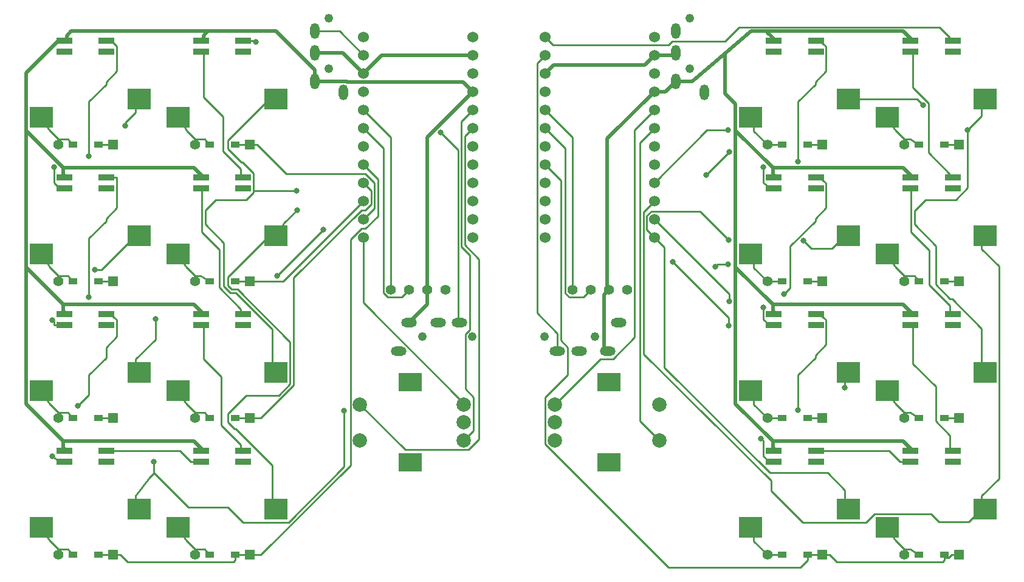
<source format=gbr>
G04 #@! TF.GenerationSoftware,KiCad,Pcbnew,(5.1.12)-1*
G04 #@! TF.CreationDate,2022-04-06T18:15:02+09:00*
G04 #@! TF.ProjectId,chervil8or,63686572-7669-46c3-986f-722e6b696361,rev?*
G04 #@! TF.SameCoordinates,Original*
G04 #@! TF.FileFunction,Copper,L2,Bot*
G04 #@! TF.FilePolarity,Positive*
%FSLAX46Y46*%
G04 Gerber Fmt 4.6, Leading zero omitted, Abs format (unit mm)*
G04 Created by KiCad (PCBNEW (5.1.12)-1) date 2022-04-06 18:15:02*
%MOMM*%
%LPD*%
G01*
G04 APERTURE LIST*
G04 #@! TA.AperFunction,ComponentPad*
%ADD10C,1.397000*%
G04 #@! TD*
G04 #@! TA.AperFunction,ComponentPad*
%ADD11R,1.397000X1.397000*%
G04 #@! TD*
G04 #@! TA.AperFunction,SMDPad,CuDef*
%ADD12R,1.300000X0.950000*%
G04 #@! TD*
G04 #@! TA.AperFunction,ComponentPad*
%ADD13C,1.524000*%
G04 #@! TD*
G04 #@! TA.AperFunction,ComponentPad*
%ADD14C,2.000000*%
G04 #@! TD*
G04 #@! TA.AperFunction,ComponentPad*
%ADD15R,3.200000X2.500000*%
G04 #@! TD*
G04 #@! TA.AperFunction,SMDPad,CuDef*
%ADD16R,3.300000X3.000000*%
G04 #@! TD*
G04 #@! TA.AperFunction,SMDPad,CuDef*
%ADD17R,2.200000X0.820000*%
G04 #@! TD*
G04 #@! TA.AperFunction,ComponentPad*
%ADD18O,2.200000X1.300000*%
G04 #@! TD*
G04 #@! TA.AperFunction,WasherPad*
%ADD19C,1.210000*%
G04 #@! TD*
G04 #@! TA.AperFunction,ComponentPad*
%ADD20O,1.300000X2.200000*%
G04 #@! TD*
G04 #@! TA.AperFunction,ViaPad*
%ADD21C,0.800000*%
G04 #@! TD*
G04 #@! TA.AperFunction,Conductor*
%ADD22C,0.250000*%
G04 #@! TD*
G04 #@! TA.AperFunction,Conductor*
%ADD23C,0.500000*%
G04 #@! TD*
G04 APERTURE END LIST*
D10*
X15240000Y-66079600D03*
D11*
X22860000Y-66079600D03*
D12*
X20825000Y-66079600D03*
X17275000Y-66079600D03*
D10*
X114062000Y-47029600D03*
D11*
X121682000Y-47029600D03*
D12*
X119647000Y-47029600D03*
X116097000Y-47029600D03*
D10*
X114062000Y-8929700D03*
D11*
X121682000Y-8929700D03*
D12*
X119647000Y-8929700D03*
X116097000Y-8929700D03*
D10*
X114062000Y-66079600D03*
D11*
X121682000Y-66079600D03*
D12*
X119647000Y-66079600D03*
X116097000Y-66079600D03*
D10*
X114062000Y-27979700D03*
D11*
X121682000Y-27979700D03*
D12*
X119647000Y-27979700D03*
X116097000Y-27979700D03*
D10*
X95011800Y-47029600D03*
D11*
X102631800Y-47029600D03*
D12*
X100596800Y-47029600D03*
X97046800Y-47029600D03*
D10*
X95011800Y-8929700D03*
D11*
X102631800Y-8929700D03*
D12*
X100596800Y-8929700D03*
X97046800Y-8929700D03*
D10*
X95011800Y-66079600D03*
D11*
X102631800Y-66079600D03*
D12*
X100596800Y-66079600D03*
X97046800Y-66079600D03*
D10*
X95011800Y-27979700D03*
D11*
X102631800Y-27979700D03*
D12*
X100596800Y-27979700D03*
X97046800Y-27979700D03*
D13*
X79275800Y6064300D03*
X79275800Y3524300D03*
X79275800Y984300D03*
X79275800Y-1555700D03*
X79275800Y-4095700D03*
X79275800Y-6635700D03*
X79275800Y-9175700D03*
X79275800Y-11715700D03*
X79275800Y-14255700D03*
X79275800Y-16795700D03*
X79275800Y-19335700D03*
X79275800Y-21875700D03*
X64035800Y-21875700D03*
X64035800Y-19335700D03*
X64035800Y-16795700D03*
X64035800Y-14255700D03*
X64035800Y-11715700D03*
X64035800Y-9175700D03*
X64035800Y-6635700D03*
X64035800Y-4095700D03*
X64035800Y-1555700D03*
X64035800Y984300D03*
X64035800Y3524300D03*
X64035800Y6064300D03*
X53975000Y6064300D03*
X53975000Y3524300D03*
X53975000Y984300D03*
X53975000Y-1555700D03*
X53975000Y-4095700D03*
X53975000Y-6635700D03*
X53975000Y-9175700D03*
X53975000Y-11715700D03*
X53975000Y-14255700D03*
X53975000Y-16795700D03*
X53975000Y-19335700D03*
X53975000Y-21875700D03*
X38735000Y-21875700D03*
X38735000Y-19335700D03*
X38735000Y-16795700D03*
X38735000Y-14255700D03*
X38735000Y-11715700D03*
X38735000Y-9175700D03*
X38735000Y-6635700D03*
X38735000Y-4095700D03*
X38735000Y-1555700D03*
X38735000Y984300D03*
X38735000Y3524300D03*
X38735000Y6064300D03*
D14*
X79925700Y-50125000D03*
X79925700Y-45125000D03*
D15*
X72925700Y-53225000D03*
X72925700Y-42025000D03*
D14*
X65425700Y-50125000D03*
X65425700Y-47625000D03*
X65425700Y-45125000D03*
D16*
X111722000Y-43220000D03*
X125322000Y-40680000D03*
X111722000Y-5120000D03*
X125322000Y-2580000D03*
X111722000Y-62270000D03*
X125322000Y-59730000D03*
X111722000Y-24170000D03*
X125322000Y-21630000D03*
X92671900Y-43220000D03*
X106271900Y-40680000D03*
X92671900Y-5120000D03*
X106271900Y-2580000D03*
X92671900Y-62270000D03*
X106271900Y-59730000D03*
X92671900Y-24170000D03*
X106271900Y-21630000D03*
D14*
X38243800Y-45125000D03*
X38243800Y-50125000D03*
D15*
X45243800Y-42025000D03*
X45243800Y-53225000D03*
D14*
X52743800Y-45125000D03*
X52743800Y-47625000D03*
X52743800Y-50125000D03*
D16*
X12900000Y-43220000D03*
X26500000Y-40680000D03*
X12900000Y-5120000D03*
X26500000Y-2580000D03*
X12900000Y-62270000D03*
X26500000Y-59730000D03*
X12900000Y-24170000D03*
X26500000Y-21630000D03*
X-6150000Y-43220000D03*
X7450000Y-40680000D03*
X-6150000Y-5120000D03*
X7450000Y-2580000D03*
X-6150000Y-62270000D03*
X7450000Y-59730000D03*
X-6150000Y-24170000D03*
X7450000Y-21630000D03*
D10*
X75485600Y-29170300D03*
X72945600Y-29170300D03*
X70405600Y-29170300D03*
X67865600Y-29170300D03*
X50184800Y-29170300D03*
X47644800Y-29170300D03*
X45104800Y-29170300D03*
X42564800Y-29170300D03*
D17*
X101771900Y5512500D03*
X101771900Y4012500D03*
X95871900Y4012500D03*
X95871900Y5512500D03*
X101771900Y-13537500D03*
X101771900Y-15037500D03*
X95871900Y-15037500D03*
X95871900Y-13537500D03*
X101771900Y-32587500D03*
X101771900Y-34087500D03*
X95871900Y-34087500D03*
X95871900Y-32587500D03*
X101771900Y-51637500D03*
X101771900Y-53137500D03*
X95871900Y-53137500D03*
X95871900Y-51637500D03*
X120822000Y-51637500D03*
X120822000Y-53137500D03*
X114922000Y-53137500D03*
X114922000Y-51637500D03*
X120822000Y-32587500D03*
X120822000Y-34087500D03*
X114922000Y-34087500D03*
X114922000Y-32587500D03*
X120822000Y-13537500D03*
X120822000Y-15037500D03*
X114922000Y-15037500D03*
X114922000Y-13537500D03*
X120822000Y5512500D03*
X120822000Y4012500D03*
X114922000Y4012500D03*
X114922000Y5512500D03*
X2950000Y5512500D03*
X2950000Y4012500D03*
X-2950000Y4012500D03*
X-2950000Y5512500D03*
X2950000Y-13537500D03*
X2950000Y-15037500D03*
X-2950000Y-15037500D03*
X-2950000Y-13537500D03*
X2950000Y-32587500D03*
X2950000Y-34087500D03*
X-2950000Y-34087500D03*
X-2950000Y-32587500D03*
X2950000Y-51637500D03*
X2950000Y-53137500D03*
X-2950000Y-53137500D03*
X-2950000Y-51637500D03*
X22000000Y-51637500D03*
X22000000Y-53137500D03*
X16100000Y-53137500D03*
X16100000Y-51637500D03*
X22000000Y-32587500D03*
X22000000Y-34087500D03*
X16100000Y-34087500D03*
X16100000Y-32587500D03*
X22000000Y-13537500D03*
X22000000Y-15037500D03*
X16100000Y-15037500D03*
X16100000Y-13537500D03*
X22000000Y5512500D03*
X22000000Y4012500D03*
X16100000Y4012500D03*
X16100000Y5512500D03*
D18*
X68760900Y-37718700D03*
X65760900Y-37718700D03*
X74260900Y-33718700D03*
X72760900Y-37718700D03*
D19*
X63960900Y-35718700D03*
X70960900Y-35718700D03*
D20*
X82236600Y3867200D03*
X82236600Y6867200D03*
X86236600Y-1632800D03*
X82236600Y-132800D03*
D19*
X84236600Y8667200D03*
X84236600Y1667200D03*
D18*
X49110900Y-33718700D03*
X52110900Y-33718700D03*
X43610900Y-37718700D03*
X45110900Y-33718700D03*
D19*
X53910900Y-35718700D03*
X46910900Y-35718700D03*
D20*
X31932800Y3867200D03*
X31932800Y6867200D03*
X35932800Y-1632800D03*
X31932800Y-132800D03*
D19*
X33932800Y8667200D03*
X33932800Y1667200D03*
D10*
X15240000Y-47029600D03*
D11*
X22860000Y-47029600D03*
D12*
X20825000Y-47029600D03*
X17275000Y-47029600D03*
X17275000Y-8929700D03*
X20825000Y-8929700D03*
D11*
X22860000Y-8929700D03*
D10*
X15240000Y-8929700D03*
X15240000Y-27979700D03*
D11*
X22860000Y-27979700D03*
D12*
X20825000Y-27979700D03*
X17275000Y-27979700D03*
D10*
X-3810000Y-47029600D03*
D11*
X3810000Y-47029600D03*
D12*
X1775000Y-47029600D03*
X-1775000Y-47029600D03*
D10*
X-3810000Y-8929700D03*
D11*
X3810000Y-8929700D03*
D12*
X1775000Y-8929700D03*
X-1775000Y-8929700D03*
D10*
X-3810000Y-66079600D03*
D11*
X3810000Y-66079600D03*
D12*
X1775000Y-66079600D03*
X-1775000Y-66079600D03*
D10*
X-3810000Y-27979700D03*
D11*
X3810000Y-27979700D03*
D12*
X1775000Y-27979700D03*
X-1775000Y-27979700D03*
D21*
X36045600Y-45997500D03*
X9513500Y-53092000D03*
X1335700Y-26359100D03*
X33143200Y-20788300D03*
X26693400Y-27238100D03*
X5546700Y-6327500D03*
X9743900Y-33251700D03*
X29466000Y-18065700D03*
X29446900Y-15372100D03*
X89721200Y-9968000D03*
X86520900Y-13168300D03*
X89636700Y-22241100D03*
X99992600Y-22294800D03*
X89564300Y-25629600D03*
X87766600Y-25986800D03*
X89636700Y-34119300D03*
X81837200Y-25255400D03*
X89721200Y-30785500D03*
X116731500Y-3441900D03*
X105821900Y-42790200D03*
X89555700Y-6937000D03*
X122912800Y-6937000D03*
X2600000Y-53137500D03*
X21650000Y-53137500D03*
X2600000Y-34087500D03*
X21650000Y-34087500D03*
X2600000Y-15037500D03*
X21650000Y-15037500D03*
X2600000Y4012500D03*
X21650000Y4012500D03*
X49501400Y-7242100D03*
X120472000Y-53137500D03*
X101422000Y-53137500D03*
X120472000Y-34087500D03*
X101422000Y-34087500D03*
X120472000Y-15037500D03*
X101422000Y-15037500D03*
X120472000Y4012500D03*
X101422000Y4012500D03*
X23779800Y5367200D03*
X-1054200Y-45321900D03*
X-4652000Y-52387456D03*
X475700Y-30221300D03*
X-4577400Y-33355900D03*
X475700Y-10545600D03*
X-4375300Y-12078300D03*
X99297600Y-45923300D03*
X94143100Y-49880200D03*
X97319800Y-29716100D03*
X94446600Y-31629500D03*
X99297600Y-11317300D03*
X94446600Y-12090300D03*
D22*
X22860000Y-8929700D02*
X23883800Y-8929700D01*
X23883800Y-8929700D02*
X27939800Y-12985700D01*
X27939800Y-12985700D02*
X39019700Y-12985700D01*
X39019700Y-12985700D02*
X40291500Y-14257500D01*
X40291500Y-14257500D02*
X40291500Y-17779200D01*
X40291500Y-17779200D02*
X38735000Y-19335700D01*
X20825000Y-8929700D02*
X22860000Y-8929700D01*
X1775000Y-8929700D02*
X3810000Y-8929700D01*
X9898700Y-55006000D02*
X14368100Y-59475400D01*
X14368100Y-59475400D02*
X19862700Y-59475400D01*
X19862700Y-59475400D02*
X21974000Y-61586700D01*
X21974000Y-61586700D02*
X28297100Y-61586700D01*
X28297100Y-61586700D02*
X36045600Y-53838200D01*
X36045600Y-53838200D02*
X36045600Y-45997500D01*
X7000000Y-21630000D02*
X2270900Y-26359100D01*
X2270900Y-26359100D02*
X1335700Y-26359100D01*
X9513500Y-54620800D02*
X9898700Y-55006000D01*
X9513500Y-53092000D02*
X9513500Y-54620800D01*
X9524992Y-54768704D02*
X9513500Y-54620800D01*
X8929680Y-55364016D02*
X9524992Y-54768704D01*
X7000000Y-57904700D02*
X8929680Y-55364016D01*
X7000000Y-59730000D02*
X7000000Y-57904700D01*
X-3810000Y-65279300D02*
X-3810000Y-66079600D01*
X-2381248Y-65279300D02*
X-1775000Y-66079600D01*
X-3810000Y-65279300D02*
X-2381248Y-65279300D01*
X-4994000Y-64095300D02*
X-3810000Y-65279300D01*
X-5700000Y-63103072D02*
X-4994000Y-64095300D01*
X-5700000Y-62270000D02*
X-5700000Y-63103072D01*
X38735000Y-16795700D02*
X27551000Y-27979700D01*
X27551000Y-27979700D02*
X22860000Y-27979700D01*
X20825000Y-27979700D02*
X22860000Y-27979700D01*
X1775000Y-27979700D02*
X3810000Y-27979700D01*
X23883800Y-47029600D02*
X24441100Y-47029600D01*
X24441100Y-47029600D02*
X29011600Y-42459100D01*
X29011600Y-42459100D02*
X29011600Y-27502600D01*
X29011600Y-27502600D02*
X38448500Y-18065700D01*
X38448500Y-18065700D02*
X39026100Y-18065700D01*
X39026100Y-18065700D02*
X39841200Y-17250600D01*
X39841200Y-17250600D02*
X39841200Y-15361900D01*
X39841200Y-15361900D02*
X38735000Y-14255700D01*
X22860000Y-47029600D02*
X23883800Y-47029600D01*
X20825000Y-47029600D02*
X22860000Y-47029600D01*
X1775000Y-47029600D02*
X3810000Y-47029600D01*
X-3810000Y-46229300D02*
X-3810000Y-47029600D01*
X-2381248Y-46229300D02*
X-1775000Y-47029600D01*
X-3810000Y-46229300D02*
X-2381248Y-46229300D01*
X-4994000Y-45045300D02*
X-3810000Y-46229300D01*
X-5700000Y-44053088D02*
X-4994000Y-45045300D01*
X-5700000Y-43220000D02*
X-5700000Y-44053088D01*
X23883800Y-66079600D02*
X24441100Y-66079600D01*
X24441100Y-66079600D02*
X36918400Y-53602300D01*
X36918400Y-53602300D02*
X36918400Y-22154300D01*
X36918400Y-22154300D02*
X38467000Y-20605700D01*
X38467000Y-20605700D02*
X39027100Y-20605700D01*
X39027100Y-20605700D02*
X40741900Y-18890900D01*
X40741900Y-18890900D02*
X40741900Y-13722600D01*
X40741900Y-13722600D02*
X38735000Y-11715700D01*
X22860000Y-66079600D02*
X23883800Y-66079600D01*
X20825000Y-66079600D02*
X20825000Y-66879900D01*
X20825000Y-66879900D02*
X20601500Y-67103400D01*
X20601500Y-67103400D02*
X5857600Y-67103400D01*
X5857600Y-67103400D02*
X4833800Y-66079600D01*
X20825000Y-66079600D02*
X22860000Y-66079600D01*
X3810000Y-66079600D02*
X4833800Y-66079600D01*
X1775000Y-66079600D02*
X3810000Y-66079600D01*
X15240000Y-27179400D02*
X15240000Y-27979700D01*
X14055900Y-25995300D02*
X15240000Y-27179400D01*
X13350000Y-25003104D02*
X14055900Y-25995300D01*
X13350000Y-24170000D02*
X13350000Y-25003104D01*
X16073424Y-27179400D02*
X17275000Y-27979700D01*
X15240000Y-27179400D02*
X16073424Y-27179400D01*
X26693400Y-27238100D02*
X33143200Y-20788300D01*
X7000000Y-2580000D02*
X7000000Y-4405300D01*
X7000000Y-4405300D02*
X5546700Y-5858600D01*
X5546700Y-5858600D02*
X5546700Y-6327500D01*
X7000000Y-38854700D02*
X9743900Y-36110800D01*
X9743900Y-36110800D02*
X9743900Y-33251700D01*
X7000000Y-40680000D02*
X7000000Y-38854700D01*
X15240000Y-8929700D02*
X15240000Y-8129400D01*
X16668736Y-8129400D02*
X17275000Y-8929700D01*
X15240000Y-8129400D02*
X16668736Y-8129400D01*
X14055900Y-6945300D02*
X15240000Y-8129400D01*
X13350000Y-5357808D02*
X14055900Y-6945300D01*
X13350000Y-5120000D02*
X13350000Y-5357808D01*
X26050000Y-59730000D02*
X26050000Y-53641100D01*
X26050000Y-53641100D02*
X20961700Y-48552800D01*
X20961700Y-48552800D02*
X20749400Y-48552800D01*
X20749400Y-48552800D02*
X19849200Y-47652600D01*
X19849200Y-47652600D02*
X19849200Y-46397000D01*
X19849200Y-46397000D02*
X22361500Y-43884700D01*
X22361500Y-43884700D02*
X26926400Y-43884700D01*
X26926400Y-43884700D02*
X28505000Y-42306100D01*
X28505000Y-42306100D02*
X28505000Y-36423900D01*
X28505000Y-36423900D02*
X21201400Y-29120300D01*
X21201400Y-29120300D02*
X20373000Y-29120300D01*
X20373000Y-29120300D02*
X19849600Y-28596900D01*
X19849600Y-28596900D02*
X19849600Y-27358900D01*
X19849600Y-27358900D02*
X25578500Y-21630000D01*
X25578500Y-21630000D02*
X26050000Y-21630000D01*
X27727000Y-19804700D02*
X29466000Y-18065700D01*
X26193728Y-22026544D02*
X27727000Y-19804700D01*
X26050000Y-21630000D02*
X26193728Y-22026544D01*
X93121900Y-62270000D02*
X93121900Y-64189700D01*
X93121900Y-64189700D02*
X95011800Y-66079600D01*
X97046800Y-66079600D02*
X95011800Y-66079600D01*
X93121900Y-43220000D02*
X93121900Y-45139700D01*
X93121900Y-45139700D02*
X95011800Y-47029600D01*
X95011800Y-47029600D02*
X96071500Y-47029600D01*
X97046800Y-47029600D02*
X96071500Y-47029600D01*
X114062000Y-27179400D02*
X114062000Y-27979700D01*
X112877900Y-25995300D02*
X114062000Y-27179400D01*
X112172000Y-25003104D02*
X112877900Y-25995300D01*
X112172000Y-24170000D02*
X112172000Y-25003104D01*
X115490528Y-27179400D02*
X116097000Y-27979700D01*
X114094952Y-27179400D02*
X115490528Y-27179400D01*
X23425400Y-15372100D02*
X29446900Y-15372100D01*
X23425400Y-15372100D02*
X23425400Y-12906500D01*
X23425400Y-12906500D02*
X21896700Y-11377800D01*
X21896700Y-11377800D02*
X21678200Y-11377800D01*
X21678200Y-11377800D02*
X19849600Y-9549200D01*
X19849600Y-9549200D02*
X19849600Y-8305000D01*
X19849600Y-8305000D02*
X25574600Y-2580000D01*
X25574600Y-2580000D02*
X26050000Y-2580000D01*
X26050000Y-40680000D02*
X26050000Y-34659500D01*
X26050000Y-34659500D02*
X20988300Y-29597800D01*
X20988300Y-29597800D02*
X20213600Y-29597800D01*
X20213600Y-29597800D02*
X19300500Y-28684700D01*
X19300500Y-28684700D02*
X19300500Y-22619000D01*
X19300500Y-22619000D02*
X16690500Y-20009000D01*
X16690500Y-20009000D02*
X16690500Y-18110200D01*
X16690500Y-18110200D02*
X18180300Y-16620400D01*
X18180300Y-16620400D02*
X22404900Y-16620400D01*
X22404900Y-16620400D02*
X23425400Y-15599900D01*
X23425400Y-15599900D02*
X23425400Y-15372100D01*
X114062000Y-8129400D02*
X114062000Y-8929700D01*
X112877900Y-6945300D02*
X114062000Y-8129400D01*
X112172000Y-5953120D02*
X112877900Y-6945300D01*
X112172000Y-5120000D02*
X112172000Y-5953120D01*
X114895216Y-8129400D02*
X116097000Y-8929700D01*
X114062000Y-8129400D02*
X114895216Y-8129400D01*
X89721200Y-9968000D02*
X86520900Y-13168300D01*
X119647000Y-8929700D02*
X120658200Y-8929700D01*
X121682000Y-8929700D02*
X120658200Y-8929700D01*
X100596800Y-8929700D02*
X102631800Y-8929700D01*
X105821900Y-21630000D02*
X104036500Y-23415400D01*
X104036500Y-23415400D02*
X101113200Y-23415400D01*
X101113200Y-23415400D02*
X99992600Y-22294800D01*
X89636700Y-22241100D02*
X85615600Y-18220000D01*
X85615600Y-18220000D02*
X78843000Y-18220000D01*
X78843000Y-18220000D02*
X78186400Y-18876600D01*
X78186400Y-18876600D02*
X78186400Y-20786300D01*
X78186400Y-20786300D02*
X79275800Y-21875700D01*
X105821900Y-57904700D02*
X105821900Y-57100500D01*
X105821900Y-57100500D02*
X103409600Y-54688200D01*
X103409600Y-54688200D02*
X95360100Y-54688200D01*
X95360100Y-54688200D02*
X80650000Y-39978100D01*
X80650000Y-39978100D02*
X80650000Y-23249900D01*
X80650000Y-23249900D02*
X79275800Y-21875700D01*
X105821900Y-59730000D02*
X105821900Y-57904700D01*
X89564300Y-25629600D02*
X88123800Y-25629600D01*
X88123800Y-25629600D02*
X87766600Y-25986800D01*
X119647000Y-27979700D02*
X121682000Y-27979700D01*
X100596800Y-27979700D02*
X102631800Y-27979700D01*
X81837200Y-25255400D02*
X89636700Y-33054900D01*
X89636700Y-33054900D02*
X89636700Y-34119300D01*
X119647000Y-47029600D02*
X121682000Y-47029600D01*
X100596800Y-47029600D02*
X102631800Y-47029600D01*
X100596800Y-66079600D02*
X100596800Y-66879900D01*
X64035800Y-11715700D02*
X66211300Y-13891200D01*
X66211300Y-13891200D02*
X66211300Y-36218900D01*
X66211300Y-36218900D02*
X67195300Y-37202900D01*
X67195300Y-37202900D02*
X67195300Y-40993300D01*
X67195300Y-40993300D02*
X64047900Y-44140700D01*
X64047900Y-44140700D02*
X64047900Y-50672300D01*
X64047900Y-50672300D02*
X81208300Y-67832700D01*
X81208300Y-67832700D02*
X99644000Y-67832700D01*
X99644000Y-67832700D02*
X100596800Y-66879900D01*
X100596800Y-66079600D02*
X101608000Y-66079600D01*
X102631800Y-66079600D02*
X101608000Y-66079600D01*
X121682000Y-66079600D02*
X120658200Y-66079600D01*
X119647000Y-66479700D02*
X120258100Y-66479700D01*
X120258100Y-66479700D02*
X120658200Y-66079600D01*
X119647000Y-66479700D02*
X119647000Y-66879900D01*
X119647000Y-66079600D02*
X119647000Y-66479700D01*
X102631800Y-66079600D02*
X103655600Y-66079600D01*
X103655600Y-66079600D02*
X104710100Y-67134100D01*
X104710100Y-67134100D02*
X119392800Y-67134100D01*
X119392800Y-67134100D02*
X119647000Y-66879900D01*
X105821900Y-42505300D02*
X105821900Y-42790200D01*
X79275800Y-19335700D02*
X89721200Y-29781100D01*
X89721200Y-29781100D02*
X89721200Y-30785500D01*
X105821900Y-2580000D02*
X115869600Y-2580000D01*
X115869600Y-2580000D02*
X116731500Y-3441900D01*
X105821900Y-40680000D02*
X105821900Y-42505300D01*
X124872000Y-59730000D02*
X124872000Y-57904700D01*
X124872000Y-21630000D02*
X124872000Y-23455300D01*
X124872000Y-23455300D02*
X127297400Y-25880700D01*
X127297400Y-25880700D02*
X127297400Y-55479300D01*
X127297400Y-55479300D02*
X124872000Y-57904700D01*
X118953200Y-61519800D02*
X123082200Y-61519800D01*
X117818800Y-60385400D02*
X118953200Y-61519800D01*
X109930200Y-60385400D02*
X117818800Y-60385400D01*
X108719200Y-61596400D02*
X109930200Y-60385400D01*
X123082200Y-61519800D02*
X124872000Y-59730000D01*
X99972800Y-61596400D02*
X108719200Y-61596400D01*
X95537400Y-57161000D02*
X99972800Y-61596400D01*
X77736000Y-38099968D02*
X95537400Y-55765800D01*
X95537400Y-55765800D02*
X95537400Y-57161000D01*
X77736000Y-18335500D02*
X77736000Y-38099968D01*
X79275800Y-16795700D02*
X77736000Y-18335500D01*
X122912800Y-6937000D02*
X122912800Y-14977300D01*
X122912800Y-14977300D02*
X121269700Y-16620400D01*
X121269700Y-16620400D02*
X117010000Y-16620400D01*
X117010000Y-16620400D02*
X115497100Y-18133300D01*
X115497100Y-18133300D02*
X115497100Y-20055000D01*
X115497100Y-20055000D02*
X118486200Y-23044100D01*
X118486200Y-23044100D02*
X118486200Y-28439300D01*
X118486200Y-28439300D02*
X120474700Y-30427800D01*
X120474700Y-30427800D02*
X120753700Y-30427800D01*
X120753700Y-30427800D02*
X124872000Y-34546100D01*
X124872000Y-34546100D02*
X124872000Y-40680000D01*
X124872000Y-4272700D02*
X124872000Y-4977800D01*
X124872000Y-4977800D02*
X122912800Y-6937000D01*
X79275800Y-14255700D02*
X86594500Y-6937000D01*
X86594500Y-6937000D02*
X89555700Y-6937000D01*
X124872000Y-2580000D02*
X124872000Y-4272700D01*
D23*
X38735000Y984300D02*
X35852100Y3867200D01*
X35852100Y3867200D02*
X31932800Y3867200D01*
X53975000Y3524300D02*
X41275000Y3524300D01*
X41275000Y3524300D02*
X38735000Y984300D01*
D22*
X31932800Y6867200D02*
X35392100Y6867200D01*
X35392100Y6867200D02*
X38735000Y3524300D01*
X52110900Y-33718700D02*
X51917300Y-33525100D01*
X51917300Y-33525100D02*
X51917300Y-9658000D01*
X51917300Y-9658000D02*
X49501400Y-7242100D01*
D23*
X17088700Y6872500D02*
X-1961200Y6872500D01*
X-1961200Y6872500D02*
X-2600000Y6233800D01*
X-2600000Y6233800D02*
X-2600000Y5512500D01*
X17535300Y6872500D02*
X17088700Y6872500D01*
X47644800Y-29170300D02*
X47644800Y-31184800D01*
X47644800Y-31184800D02*
X45110900Y-33718700D01*
X53975000Y-1555700D02*
X47644800Y-7885900D01*
X47644800Y-7885900D02*
X47644800Y-29170300D01*
X-3052500Y-50277500D02*
X-3052500Y-51185000D01*
X-3052500Y-51185000D02*
X-2600000Y-51637500D01*
X-8250000Y-26030000D02*
X-8250000Y-45080000D01*
X-8250000Y-45080000D02*
X-3052500Y-50277500D01*
X-3052500Y-50277500D02*
X15090000Y-50277500D01*
X15090000Y-50277500D02*
X16450000Y-51637500D01*
X-3052500Y-31227500D02*
X-3052500Y-32135000D01*
X-3052500Y-32135000D02*
X-2600000Y-32587500D01*
X-8250000Y-6980000D02*
X-8250000Y-26030000D01*
X-8250000Y-26030000D02*
X-3052500Y-31227500D01*
X-3052500Y-31227500D02*
X15090000Y-31227500D01*
X15090000Y-31227500D02*
X16450000Y-32587500D01*
X-3052500Y-12177500D02*
X-3052500Y-13085000D01*
X-3052500Y-13085000D02*
X-2600000Y-13537500D01*
X-2600000Y5512500D02*
X-3770000Y5512500D01*
X-3770000Y5512500D02*
X-8250000Y1032500D01*
X-8250000Y1032500D02*
X-8250000Y-6980000D01*
X-8250000Y-6980000D02*
X-3052500Y-12177500D01*
X-3052500Y-12177500D02*
X15090000Y-12177500D01*
X15090000Y-12177500D02*
X16450000Y-13537500D01*
X31932800Y-132800D02*
X31932800Y1467200D01*
X31932800Y1467200D02*
X26527500Y6872500D01*
X26527500Y6872500D02*
X17535300Y6872500D01*
X16450000Y5512500D02*
X16450000Y6233800D01*
X16450000Y6233800D02*
X17088700Y6872500D01*
X17088700Y6872500D02*
X17535300Y6872500D01*
X53975000Y-1555700D02*
X52647000Y-227700D01*
X52647000Y-227700D02*
X36533300Y-227700D01*
X36533300Y-227700D02*
X36388400Y-82800D01*
X36388400Y-82800D02*
X31982800Y-82800D01*
X31982800Y-82800D02*
X31932800Y-132800D01*
D22*
X101422000Y4012500D02*
X101421900Y4012500D01*
X101422000Y-15037500D02*
X101421900Y-15037500D01*
X101422000Y-34087500D02*
X101421900Y-34087500D01*
X101422000Y-53137500D02*
X101421900Y-53137500D01*
D23*
X79275800Y3524300D02*
X81893700Y3524300D01*
X81893700Y3524300D02*
X82236600Y3867200D01*
X64035800Y984300D02*
X65247800Y2196300D01*
X65247800Y2196300D02*
X77947800Y2196300D01*
X77947800Y2196300D02*
X79275800Y3524300D01*
D22*
X64035800Y3524300D02*
X62947100Y2435600D01*
X62947100Y2435600D02*
X62947100Y-32420700D01*
X62947100Y-32420700D02*
X65760900Y-35234500D01*
X65760900Y-35234500D02*
X65760900Y-37718700D01*
D23*
X72945600Y-29170300D02*
X72247100Y-29868800D01*
X72247100Y-29868800D02*
X72247100Y-37204900D01*
X72247100Y-37204900D02*
X72760900Y-37718700D01*
X79275800Y-1555700D02*
X72710900Y-8120600D01*
X72710900Y-8120600D02*
X72710900Y-28935600D01*
X72710900Y-28935600D02*
X72945600Y-29170300D01*
X95769400Y-50277500D02*
X95769400Y-51185000D01*
X95769400Y-51185000D02*
X96221900Y-51637500D01*
X90571900Y-26030000D02*
X90571900Y-45080000D01*
X90571900Y-45080000D02*
X95769400Y-50277500D01*
X95769400Y-50277500D02*
X113912000Y-50277500D01*
X113912000Y-50277500D02*
X115272000Y-51637500D01*
X95769400Y-31227500D02*
X95769400Y-32135000D01*
X95769400Y-32135000D02*
X96221900Y-32587500D01*
X90571900Y-6980000D02*
X90571900Y-26030000D01*
X90571900Y-26030000D02*
X95769400Y-31227500D01*
X95769400Y-31227500D02*
X113912000Y-31227500D01*
X113912000Y-31227500D02*
X115272000Y-32587500D01*
X95769400Y-12177500D02*
X95769400Y-13085000D01*
X95769400Y-13085000D02*
X96221900Y-13537500D01*
X90571900Y-6980000D02*
X95769400Y-12177500D01*
X95769400Y-12177500D02*
X113912000Y-12177500D01*
X113912000Y-12177500D02*
X115272000Y-13537500D01*
X94978700Y6872500D02*
X113912000Y6872500D01*
X113912000Y6872500D02*
X115272000Y5512500D01*
X94978700Y6872500D02*
X94978700Y6755700D01*
X94978700Y6755700D02*
X96221900Y5512500D01*
X79275800Y-1555700D02*
X80813700Y-1555700D01*
X80813700Y-1555700D02*
X82236600Y-132800D01*
X92736300Y6872500D02*
X94978700Y6872500D01*
X84484304Y-132800D02*
X84534304Y-82800D01*
X82236600Y-132800D02*
X84484304Y-132800D01*
X89089047Y-1777147D02*
X89089047Y3779625D01*
X90571899Y-3259999D02*
X89089047Y-1777147D01*
X90571900Y-6980000D02*
X90571899Y-3259999D01*
X89089047Y3779625D02*
X92736300Y6872500D01*
X84534304Y-82800D02*
X89089047Y3779625D01*
D22*
X21650000Y5512500D02*
X23634500Y5512500D01*
X23634500Y5512500D02*
X23779800Y5367200D01*
X16450000Y4012500D02*
X16450000Y-2298800D01*
X16450000Y-2298800D02*
X19174300Y-5023100D01*
X19174300Y-5023100D02*
X19174300Y-9877100D01*
X19174300Y-9877100D02*
X21650000Y-12352800D01*
X21650000Y-12352800D02*
X21650000Y-13537500D01*
X16450000Y-15037500D02*
X16240100Y-15247400D01*
X16240100Y-15247400D02*
X16240100Y-21143200D01*
X16240100Y-21143200D02*
X18647400Y-23550500D01*
X18647400Y-23550500D02*
X18647400Y-28862900D01*
X18647400Y-28862900D02*
X21650000Y-31865500D01*
X21650000Y-31865500D02*
X21650000Y-32587500D01*
X16450000Y-34087500D02*
X16450000Y-38818400D01*
X16450000Y-38818400D02*
X18944000Y-41312400D01*
X18944000Y-41312400D02*
X18944000Y-48065400D01*
X18944000Y-48065400D02*
X21650000Y-50771400D01*
X21650000Y-50771400D02*
X21650000Y-51637500D01*
X16450000Y-53137500D02*
X14674700Y-53137500D01*
X14674700Y-53137500D02*
X13174700Y-51637500D01*
X13174700Y-51637500D02*
X2600000Y-51637500D01*
X475700Y-43792000D02*
X-1054200Y-45321900D01*
X2880700Y-37183100D02*
X2880700Y-38605000D01*
X4375300Y-35688500D02*
X2880700Y-37183100D01*
X475700Y-41010000D02*
X475700Y-43792000D01*
X2880700Y-38605000D02*
X475700Y-41010000D01*
X4375300Y-33337472D02*
X4375300Y-35688500D01*
X3571872Y-32742160D02*
X4375300Y-33337472D01*
X-3571872Y-53137500D02*
X-2600000Y-53137500D01*
X-4652000Y-52387456D02*
X-3571872Y-53137500D01*
X2600000Y-13537500D02*
X4375300Y-13537500D01*
X-2600000Y-34087500D02*
X-4375300Y-34087500D01*
X-4375300Y-34087500D02*
X-4375300Y-33558000D01*
X-4375300Y-33558000D02*
X-4577400Y-33355900D01*
X4375300Y-13537500D02*
X4375300Y-17724700D01*
X4375300Y-17724700D02*
X2880700Y-19219300D01*
X2880700Y-19219300D02*
X2880700Y-19555000D01*
X2880700Y-19555000D02*
X475700Y-21960000D01*
X475700Y-21960000D02*
X475700Y-30221300D01*
X475700Y-2910000D02*
X475700Y-10545600D01*
X2880700Y-505000D02*
X475700Y-2910000D01*
X2880700Y-169300D02*
X2880700Y-505000D01*
X4375300Y1325300D02*
X2880700Y-169300D01*
X4375300Y4762496D02*
X4375300Y1325300D01*
X3571872Y5512500D02*
X4375300Y4762496D01*
X-4375300Y-14287488D02*
X-4375300Y-12078300D01*
X-3571872Y-15037500D02*
X-4375300Y-14287488D01*
X120472000Y5512500D02*
X120472000Y5972600D01*
X120472000Y5972600D02*
X118995100Y7449500D01*
X118995100Y7449500D02*
X91075900Y7449500D01*
X91075900Y7449500D02*
X89068200Y5441800D01*
X89068200Y5441800D02*
X81726100Y5441800D01*
X81726100Y5441800D02*
X81240500Y4956200D01*
X81240500Y4956200D02*
X65143900Y4956200D01*
X65143900Y4956200D02*
X64035800Y6064300D01*
X120472000Y-13537500D02*
X120472000Y-13077400D01*
X120472000Y-13077400D02*
X117456800Y-10062200D01*
X117456800Y-10062200D02*
X117456800Y-3141400D01*
X117456800Y-3141400D02*
X115272000Y-956600D01*
X115272000Y-956600D02*
X115272000Y4012500D01*
X115272000Y-15037500D02*
X115046800Y-15262700D01*
X115046800Y-15262700D02*
X115046800Y-21118200D01*
X115046800Y-21118200D02*
X117562000Y-23633400D01*
X117562000Y-23633400D02*
X117562000Y-28492800D01*
X117562000Y-28492800D02*
X120472000Y-31402800D01*
X120472000Y-31402800D02*
X120472000Y-32587500D01*
X115272000Y-34087500D02*
X115272000Y-39464400D01*
X115272000Y-39464400D02*
X118450600Y-42643000D01*
X118450600Y-42643000D02*
X118450600Y-47432000D01*
X118450600Y-47432000D02*
X120472000Y-49453400D01*
X120472000Y-49453400D02*
X120472000Y-51637500D01*
X115272000Y-53137500D02*
X113496700Y-53137500D01*
X113496700Y-53137500D02*
X111996700Y-51637500D01*
X111996700Y-51637500D02*
X101421900Y-51637500D01*
X99297600Y-41010000D02*
X99297600Y-45923300D01*
X101702600Y-38605000D02*
X99297600Y-41010000D01*
X101702600Y-38269300D02*
X101702600Y-38605000D01*
X103197200Y-36774700D02*
X101702600Y-38269300D01*
X103197200Y-33337472D02*
X103197200Y-36774700D01*
X102393664Y-32742160D02*
X103197200Y-33337472D01*
X94446600Y-52387456D02*
X94446600Y-50183700D01*
X94446600Y-50183700D02*
X94143100Y-49880200D01*
X95249920Y-53137500D02*
X94446600Y-52387456D01*
X98156800Y-28879100D02*
X97319800Y-29716100D01*
X98156800Y-23100800D02*
X98156800Y-28879100D01*
X101702600Y-19555000D02*
X98156800Y-23100800D01*
X101702600Y-19219300D02*
X101702600Y-19555000D01*
X103197200Y-14287488D02*
X103197200Y-17724700D01*
X103197200Y-17724700D02*
X101702600Y-19219300D01*
X102393664Y-13692176D02*
X103197200Y-14287488D01*
X94446600Y-33337472D02*
X94446600Y-31629500D01*
X95249920Y-34087500D02*
X94446600Y-33337472D01*
X99297600Y-2910000D02*
X99297600Y-11317300D01*
X101702600Y-505000D02*
X99297600Y-2910000D01*
X101702600Y-169300D02*
X101702600Y-505000D01*
X103197200Y1325300D02*
X101702600Y-169300D01*
X103197200Y4762496D02*
X103197200Y1325300D01*
X102393664Y5357808D02*
X103197200Y4762496D01*
X94446600Y-14287488D02*
X94446600Y-12090300D01*
X95249920Y-14882800D02*
X94446600Y-14287488D01*
X45104800Y-29170300D02*
X44063400Y-30211700D01*
X44063400Y-30211700D02*
X42158100Y-30211700D01*
X42158100Y-30211700D02*
X41529900Y-29583500D01*
X41529900Y-29583500D02*
X41529900Y-9430600D01*
X41529900Y-9430600D02*
X38735000Y-6635700D01*
X42564800Y-29170300D02*
X42564800Y-7925500D01*
X42564800Y-7925500D02*
X38735000Y-4095700D01*
X70405600Y-29170300D02*
X69372200Y-30203700D01*
X69372200Y-30203700D02*
X67392100Y-30203700D01*
X67392100Y-30203700D02*
X66841700Y-29653300D01*
X66841700Y-29653300D02*
X66841700Y-9441600D01*
X66841700Y-9441600D02*
X64035800Y-6635700D01*
X67865600Y-29170300D02*
X67865600Y-7925500D01*
X67865600Y-7925500D02*
X64035800Y-4095700D01*
X38243800Y-45125000D02*
X44577000Y-51458200D01*
X44577000Y-51458200D02*
X53340800Y-51458200D01*
X53340800Y-51458200D02*
X54842800Y-49956200D01*
X54842800Y-49956200D02*
X54842800Y-24942300D01*
X54842800Y-24942300D02*
X52841600Y-22941100D01*
X52841600Y-22941100D02*
X52841600Y-7769100D01*
X52841600Y-7769100D02*
X53975000Y-6635700D01*
X52743800Y-45125000D02*
X52743800Y-44983200D01*
X52743800Y-44983200D02*
X38735000Y-30974400D01*
X38735000Y-30974400D02*
X38735000Y-21875700D01*
X52743800Y-50125000D02*
X54094700Y-48774100D01*
X54094700Y-48774100D02*
X54094700Y-44128000D01*
X54094700Y-44128000D02*
X52937400Y-42970700D01*
X52937400Y-42970700D02*
X52937400Y-35341100D01*
X52937400Y-35341100D02*
X53543900Y-34734600D01*
X53543900Y-34734600D02*
X53543900Y-24318700D01*
X53543900Y-24318700D02*
X52391300Y-23166100D01*
X52391300Y-23166100D02*
X52391300Y-5679400D01*
X52391300Y-5679400D02*
X53975000Y-4095700D01*
X79925700Y-50125000D02*
X77272100Y-47471400D01*
X77272100Y-47471400D02*
X77272100Y-8639400D01*
X77272100Y-8639400D02*
X79275800Y-6635700D01*
X65425700Y-45125000D02*
X71736400Y-38814300D01*
X71736400Y-38814300D02*
X73497300Y-38814300D01*
X73497300Y-38814300D02*
X76516100Y-35795500D01*
X76516100Y-35795500D02*
X76516100Y-6855400D01*
X76516100Y-6855400D02*
X79275800Y-4095700D01*
X-3810000Y-27179400D02*
X-3810000Y-27979700D01*
X-4994100Y-25995300D02*
X-3810000Y-27179400D01*
X-5556236Y-25003104D02*
X-4994100Y-25995300D01*
X-5700000Y-24170000D02*
X-5556236Y-25003104D01*
X-2381248Y-27179400D02*
X-1775000Y-27979700D01*
X-3810000Y-27179400D02*
X-2381248Y-27179400D01*
X-3810000Y-8129400D02*
X-3810000Y-8929700D01*
X-2381248Y-8129400D02*
X-1775000Y-8929700D01*
X-3810000Y-8129400D02*
X-2381248Y-8129400D01*
X-4994100Y-6945300D02*
X-3810000Y-8129400D01*
X-5700000Y-5953120D02*
X-4994100Y-6945300D01*
X-5700000Y-5120000D02*
X-5700000Y-5953120D01*
X15240000Y-65279300D02*
X15240000Y-66079600D01*
X16668736Y-65279300D02*
X17275000Y-66079600D01*
X15240000Y-65279300D02*
X16668736Y-65279300D01*
X14056000Y-64095300D02*
X15240000Y-65279300D01*
X13350000Y-63103072D02*
X14056000Y-64095300D01*
X13350000Y-62270000D02*
X13350000Y-63103072D01*
X15240000Y-46229300D02*
X15240000Y-47029600D01*
X16668736Y-46229300D02*
X17275000Y-47029600D01*
X15240000Y-46229300D02*
X16668736Y-46229300D01*
X14056000Y-45045300D02*
X15240000Y-46229300D01*
X13350000Y-44053088D02*
X14056000Y-45045300D01*
X13350000Y-43220000D02*
X13350000Y-44053088D01*
X93121900Y-24170000D02*
X93121900Y-26089800D01*
X93121900Y-26089800D02*
X95011800Y-27979700D01*
X97046800Y-27979700D02*
X95011800Y-27979700D01*
X95011800Y-8929700D02*
X93121900Y-7039800D01*
X93121900Y-7039800D02*
X93121900Y-5120000D01*
X97046800Y-8929700D02*
X95011800Y-8929700D01*
X114062000Y-65279300D02*
X114062000Y-66079600D01*
X112878000Y-64095300D02*
X114062000Y-65279300D01*
X112172000Y-63103072D02*
X112878000Y-64095300D01*
X112172000Y-62270000D02*
X112172000Y-63103072D01*
X114895216Y-65279300D02*
X116097000Y-66079600D01*
X114062000Y-65279300D02*
X114895216Y-65279300D01*
X114062000Y-46229300D02*
X114062000Y-47029600D01*
X112878000Y-45045300D02*
X114062000Y-46229300D01*
X112172000Y-44053088D02*
X112878000Y-45045300D01*
X112172000Y-43220000D02*
X112172000Y-44053088D01*
X114895216Y-46229300D02*
X116097000Y-47029600D01*
X114062000Y-46229300D02*
X114895216Y-46229300D01*
M02*

</source>
